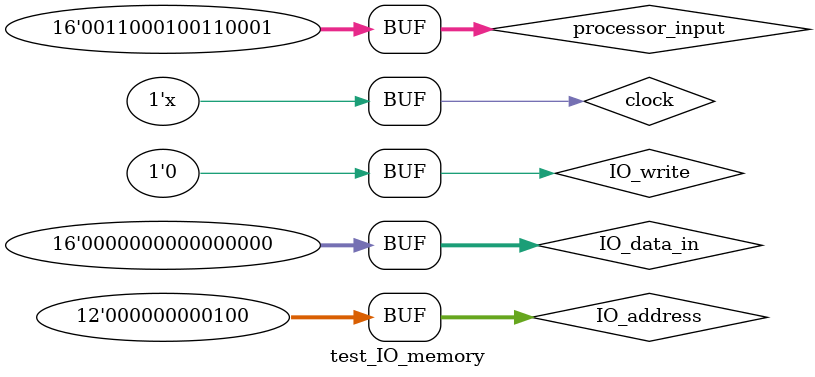
<source format=v>
`timescale 1ns / 1ps


module test_IO_memory;

	// Inputs
	reg clock;
	reg IO_write;
	reg [11:0] IO_address;
	reg [15:0] IO_data_in;
	reg [15:0] processor_input;

	// Outputs
	wire [15:0] IO_data_out;
	wire [15:0] processor_output;

	// Instantiate the Unit Under Test (UUT)
	IO_memory uut (
		.clock(clock), 
		.IO_write(IO_write), 
		.IO_address(IO_address), 
		.IO_data_in(IO_data_in), 
		.IO_data_out(IO_data_out),
		.processor_input(processor_input),
		.processor_output(processor_output)
	);

	initial begin
		// Initialize Inputs
		clock = 0;
		IO_write = 0;
		IO_address = 0;
		IO_data_in = 0;
		processor_input = 16'h3131;

		// Wait 100 ns for global reset to finish
		//#100;
        
//		#2;
//		IO_address = 12'h001;
//		
//		#2;
//		IO_address = 12'h002;
//		
//		#2;
//		IO_address = 12'h009;
//		IO_data_in = 16'h2121;
//		IO_write = 1;
//
//		#2;
//		IO_address = 12'h002;
//		IO_data_in = 0;
//		IO_write = 0;
//		
//		#2;
//		IO_address = 12'h009;
//
//		#2;
//		IO_address = 12'hff0;
//		
//		#2;
//		IO_address = 12'hff1;
//		IO_data_in = 16'h5555;
//		IO_write = 1;
//
//		#2;
//		IO_write = 0;
//		IO_data_in = 0;
//		IO_address = 12'h001;
//		
//		#2;
//		IO_write = 0;
//		IO_address = 12'h002;	
//
//		#2;
//		IO_address = 12'hff1;

		#30;
		IO_address = 12'h000;
		
		#20;
		IO_address = 12'h00f;

		#20;
		IO_address = 12'h000;
		
		#20;
		IO_address = 12'hff0;

		#40;
		IO_address = 12'h001;
		
		#20;
		IO_address = 12'h000;	
		
		#20;
		IO_address = 12'h00a;
		IO_data_in = 16'h3169;
		IO_write = 1;	

		#20;
		IO_address = 12'h002;
		IO_data_in = 0;
		IO_write = 0;		
		
		#20;
		IO_address = 12'h003;
		
		#20;
		IO_address = 12'h00a;	
		
		#20;
		IO_address = 12'h004;

		#20;
		IO_address = 12'hff0;
		IO_data_in = 16'h3170;
		IO_write = 1;	

		#20;
		IO_address = 12'h002;
		IO_data_in = 0;
		IO_write = 0;
		
		#20;
		IO_address = 12'hff0;
		
		#20;
		IO_address = 12'h004;

		#20;
		IO_address = 12'hff1;
		IO_data_in = 16'h3170;
		IO_write = 1;	

		#20;
		IO_address = 12'h002;
		IO_data_in = 0;
		IO_write = 0;
		
		#20;
		IO_address = 12'hff1;
		
		#20;
		IO_address = 12'h004;

		

	end
   always #10 clock = !clock;
endmodule


</source>
